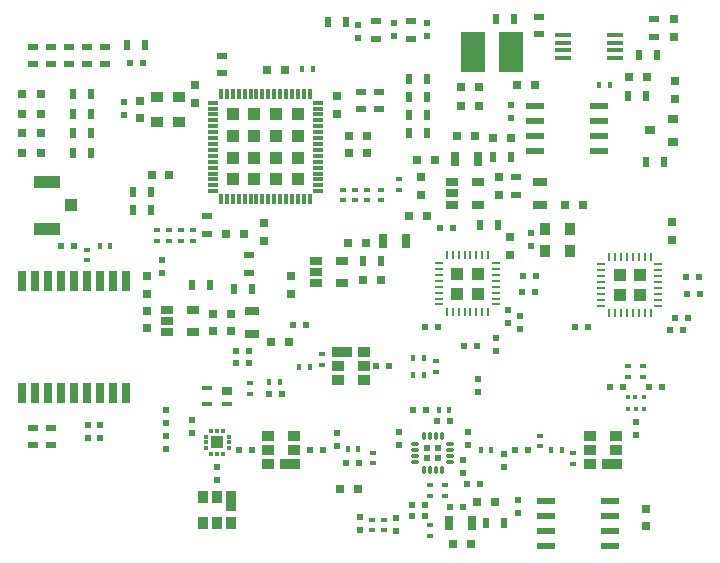
<source format=gbr>
%TF.GenerationSoftware,KiCad,Pcbnew,5.0.2-bee76a0~70~ubuntu18.04.1*%
%TF.CreationDate,2019-08-07T21:41:43+02:00*%
%TF.ProjectId,lohpi,6c6f6870-692e-46b6-9963-61645f706362,rev?*%
%TF.SameCoordinates,Original*%
%TF.FileFunction,Paste,Top*%
%TF.FilePolarity,Positive*%
%FSLAX46Y46*%
G04 Gerber Fmt 4.6, Leading zero omitted, Abs format (unit mm)*
G04 Created by KiCad (PCBNEW 5.0.2-bee76a0~70~ubuntu18.04.1) date Wed 07 Aug 2019 21:41:43 SAST*
%MOMM*%
%LPD*%
G01*
G04 APERTURE LIST*
%ADD10R,2.000000X3.500000*%
%ADD11R,0.410000X0.330000*%
%ADD12R,1.000000X0.900000*%
%ADD13R,0.900000X1.000000*%
%ADD14R,2.200000X1.050000*%
%ADD15R,1.050000X1.000000*%
%ADD16R,1.050000X0.810000*%
%ADD17R,1.700000X0.810000*%
%ADD18R,0.810000X1.050000*%
%ADD19R,0.810000X1.700000*%
%ADD20R,1.100000X1.100000*%
%ADD21R,0.400000X0.300000*%
%ADD22R,0.300000X0.400000*%
%ADD23R,0.900000X0.300000*%
%ADD24R,0.900000X0.700000*%
%ADD25R,0.700000X1.800000*%
%ADD26R,0.800000X1.800000*%
%ADD27R,0.500000X0.900000*%
%ADD28R,0.900000X0.500000*%
%ADD29R,0.800000X0.800000*%
%ADD30R,0.800000X0.750000*%
%ADD31R,0.600000X0.400000*%
%ADD32R,0.600000X0.500000*%
%ADD33R,1.300000X0.700000*%
%ADD34R,1.060000X0.650000*%
%ADD35R,0.700000X1.300000*%
%ADD36R,1.102500X1.102500*%
%ADD37R,0.850000X0.300000*%
%ADD38R,0.300000X0.850000*%
%ADD39R,0.750000X0.800000*%
%ADD40R,1.450000X0.450000*%
%ADD41R,0.500000X0.600000*%
%ADD42R,0.540000X0.540000*%
%ADD43O,0.300000X0.750000*%
%ADD44O,0.750000X0.300000*%
%ADD45R,0.900000X0.800000*%
%ADD46R,1.550000X0.600000*%
%ADD47R,1.035000X1.035000*%
%ADD48R,0.250000X0.700000*%
%ADD49R,0.700000X0.250000*%
%ADD50R,0.400000X0.600000*%
G04 APERTURE END LIST*
D10*
%TO.C,L1*%
X132791000Y-122174000D03*
X129591000Y-122174000D03*
%TD*%
D11*
%TO.C,U10*%
X142723000Y-151384000D03*
X143332200Y-151384000D03*
X144043000Y-151384000D03*
X144043000Y-152374000D03*
X143383000Y-152374000D03*
X142723000Y-152374000D03*
%TD*%
D12*
%TO.C,X1*%
X102832989Y-128058195D03*
X104732989Y-128058195D03*
X104732989Y-125958195D03*
X102832989Y-125958195D03*
%TD*%
D13*
%TO.C,X2*%
X137829000Y-138999000D03*
X137829000Y-137099000D03*
X135729000Y-137099000D03*
X135729000Y-138999000D03*
%TD*%
D14*
%TO.C,J7*%
X93508000Y-133128000D03*
X93508000Y-137128000D03*
D15*
X95558000Y-135128000D03*
%TD*%
D16*
%TO.C,U15*%
X112272500Y-157019000D03*
X112272500Y-155829000D03*
X112272500Y-154639000D03*
X114422500Y-154639000D03*
X114422500Y-155829000D03*
D17*
X114097500Y-157019000D03*
%TD*%
D16*
%TO.C,U11*%
X139514000Y-157019000D03*
X139514000Y-155829000D03*
X139514000Y-154639000D03*
X141664000Y-154639000D03*
X141664000Y-155829000D03*
D17*
X141339000Y-157019000D03*
%TD*%
D18*
%TO.C,U17*%
X109140000Y-161984000D03*
X107950000Y-161984000D03*
X106760000Y-161984000D03*
X106760000Y-159834000D03*
X107950000Y-159834000D03*
D19*
X109140000Y-160159000D03*
%TD*%
D16*
%TO.C,U12*%
X120328000Y-147527000D03*
X120328000Y-148717000D03*
X120328000Y-149907000D03*
X118178000Y-149907000D03*
X118178000Y-148717000D03*
D17*
X118503000Y-147527000D03*
%TD*%
D20*
%TO.C,U16*%
X107950000Y-155194000D03*
D21*
X107000000Y-155694000D03*
X107000000Y-155194000D03*
X107000000Y-154694000D03*
D22*
X107450000Y-154244000D03*
X107950000Y-154244000D03*
X108450000Y-154244000D03*
D21*
X108900000Y-154694000D03*
X108900000Y-155194000D03*
X108900000Y-155694000D03*
D22*
X108450000Y-156144000D03*
X107950000Y-156144000D03*
X107450000Y-156144000D03*
%TD*%
D23*
%TO.C,U13*%
X107115000Y-151907000D03*
X107115000Y-150607000D03*
D24*
X108785000Y-150807000D03*
D23*
X108785000Y-151907000D03*
%TD*%
D25*
%TO.C,U18*%
X91440000Y-141503000D03*
D26*
X92540000Y-141503000D03*
X93640000Y-141503000D03*
X94740000Y-141503000D03*
X95840000Y-141503000D03*
X96940000Y-141503000D03*
X98040000Y-141503000D03*
X99140000Y-141503000D03*
D25*
X100240000Y-141503000D03*
X100240000Y-151003000D03*
D26*
X99140000Y-151003000D03*
X98040000Y-151003000D03*
X96940000Y-151003000D03*
X95840000Y-151003000D03*
X94740000Y-151003000D03*
X93640000Y-151003000D03*
X92540000Y-151003000D03*
D25*
X91440000Y-151003000D03*
%TD*%
D27*
%TO.C,R13*%
X118860000Y-119634000D03*
X117360000Y-119634000D03*
%TD*%
D28*
%TO.C,R14*%
X121412000Y-119519000D03*
X121412000Y-121019000D03*
%TD*%
D29*
%TO.C,D4*%
X93002000Y-125730000D03*
X91402000Y-125730000D03*
%TD*%
D30*
%TO.C,C28*%
X108712000Y-137541000D03*
X110212000Y-137541000D03*
%TD*%
D31*
%TO.C,L5*%
X110744000Y-151072000D03*
X110744000Y-150172000D03*
%TD*%
D32*
%TO.C,C61*%
X110659000Y-147447000D03*
X109559000Y-147447000D03*
%TD*%
%TO.C,C64*%
X109559000Y-148463000D03*
X110659000Y-148463000D03*
%TD*%
D33*
%TO.C,L13*%
X110871000Y-144084000D03*
X110871000Y-145984000D03*
%TD*%
D34*
%TO.C,U6*%
X105875000Y-143957000D03*
X105875000Y-145857000D03*
X103675000Y-145857000D03*
X103675000Y-144907000D03*
X103675000Y-143957000D03*
%TD*%
D35*
%TO.C,L10*%
X129474000Y-162052000D03*
X127574000Y-162052000D03*
%TD*%
D30*
%TO.C,C14*%
X127901000Y-163830000D03*
X129401000Y-163830000D03*
%TD*%
D27*
%TO.C,R12*%
X109359000Y-142240000D03*
X110859000Y-142240000D03*
%TD*%
D28*
%TO.C,R33*%
X121666000Y-125488000D03*
X121666000Y-126988000D03*
%TD*%
D27*
%TO.C,R35*%
X130187000Y-136779000D03*
X131687000Y-136779000D03*
%TD*%
D36*
%TO.C,U7*%
X109257750Y-132931250D03*
X111095250Y-132931250D03*
X112932750Y-132931250D03*
X114770250Y-132931250D03*
X109257750Y-131093750D03*
X111095250Y-131093750D03*
X112932750Y-131093750D03*
X114770250Y-131093750D03*
X109257750Y-129256250D03*
X111095250Y-129256250D03*
X112932750Y-129256250D03*
X114770250Y-129256250D03*
X109257750Y-127418750D03*
X111095250Y-127418750D03*
X112932750Y-127418750D03*
X114770250Y-127418750D03*
D37*
X107564000Y-133925000D03*
X107564000Y-133425000D03*
X107564000Y-132925000D03*
X107564000Y-132425000D03*
X107564000Y-131925000D03*
X107564000Y-131425000D03*
X107564000Y-130925000D03*
X107564000Y-130425000D03*
X107564000Y-129925000D03*
X107564000Y-129425000D03*
X107564000Y-128925000D03*
X107564000Y-128425000D03*
X107564000Y-127925000D03*
X107564000Y-127425000D03*
X107564000Y-126925000D03*
X107564000Y-126425000D03*
D38*
X108264000Y-125725000D03*
X108764000Y-125725000D03*
X109264000Y-125725000D03*
X109764000Y-125725000D03*
X110264000Y-125725000D03*
X110764000Y-125725000D03*
X111264000Y-125725000D03*
X111764000Y-125725000D03*
X112264000Y-125725000D03*
X112764000Y-125725000D03*
X113264000Y-125725000D03*
X113764000Y-125725000D03*
X114264000Y-125725000D03*
X114764000Y-125725000D03*
X115264000Y-125725000D03*
X115764000Y-125725000D03*
D37*
X116464000Y-126425000D03*
X116464000Y-126925000D03*
X116464000Y-127425000D03*
X116464000Y-127925000D03*
X116464000Y-128425000D03*
X116464000Y-128925000D03*
X116464000Y-129425000D03*
X116464000Y-129925000D03*
X116464000Y-130425000D03*
X116464000Y-130925000D03*
X116464000Y-131425000D03*
X116464000Y-131925000D03*
X116464000Y-132425000D03*
X116464000Y-132925000D03*
X116464000Y-133425000D03*
X116464000Y-133925000D03*
D38*
X115764000Y-134625000D03*
X115264000Y-134625000D03*
X114764000Y-134625000D03*
X114264000Y-134625000D03*
X113764000Y-134625000D03*
X113264000Y-134625000D03*
X112764000Y-134625000D03*
X112264000Y-134625000D03*
X111764000Y-134625000D03*
X111264000Y-134625000D03*
X110764000Y-134625000D03*
X110264000Y-134625000D03*
X109764000Y-134625000D03*
X109264000Y-134625000D03*
X108764000Y-134625000D03*
X108264000Y-134625000D03*
%TD*%
D39*
%TO.C,C79*%
X111887000Y-136652000D03*
X111887000Y-138152000D03*
%TD*%
D30*
%TO.C,C24*%
X120638000Y-130683000D03*
X119138000Y-130683000D03*
%TD*%
D34*
%TO.C,U5*%
X118491000Y-139827000D03*
X118491000Y-141727000D03*
X116291000Y-141727000D03*
X116291000Y-140777000D03*
X116291000Y-139827000D03*
%TD*%
D28*
%TO.C,R25*%
X110617000Y-140831000D03*
X110617000Y-139331000D03*
%TD*%
D30*
%TO.C,C37*%
X120638000Y-129286000D03*
X119138000Y-129286000D03*
%TD*%
D34*
%TO.C,U4*%
X127805000Y-133162000D03*
X127805000Y-134112000D03*
X127805000Y-135062000D03*
X130005000Y-135062000D03*
X130005000Y-133162000D03*
%TD*%
D32*
%TO.C,C44*%
X147828000Y-144653000D03*
X146728000Y-144653000D03*
%TD*%
D31*
%TO.C,L7*%
X121158000Y-156977500D03*
X121158000Y-156077500D03*
%TD*%
D27*
%TO.C,R32*%
X125718000Y-127508000D03*
X124218000Y-127508000D03*
%TD*%
D30*
%TO.C,C25*%
X113653000Y-123698000D03*
X112153000Y-123698000D03*
%TD*%
D28*
%TO.C,R24*%
X107061000Y-136029000D03*
X107061000Y-137529000D03*
%TD*%
D40*
%TO.C,U2*%
X137246000Y-122641000D03*
X137246000Y-121991000D03*
X137246000Y-121341000D03*
X137246000Y-120691000D03*
X141646000Y-120691000D03*
X141646000Y-121341000D03*
X141646000Y-121991000D03*
X141646000Y-122641000D03*
%TD*%
D30*
%TO.C,C7*%
X132830000Y-129413000D03*
X131330000Y-129413000D03*
%TD*%
D31*
%TO.C,R38*%
X144018000Y-149624200D03*
X144018000Y-148724200D03*
%TD*%
D41*
%TO.C,C62*%
X128778000Y-156676000D03*
X128778000Y-157776000D03*
%TD*%
D32*
%TO.C,C56*%
X133181000Y-155829000D03*
X134281000Y-155829000D03*
%TD*%
%TO.C,C66*%
X124418000Y-161417000D03*
X125518000Y-161417000D03*
%TD*%
D31*
%TO.C,R47*%
X125933200Y-162179000D03*
X125933200Y-163079000D03*
%TD*%
D41*
%TO.C,C73*%
X120015000Y-162644000D03*
X120015000Y-161544000D03*
%TD*%
D27*
%TO.C,R9*%
X130695000Y-162052000D03*
X132195000Y-162052000D03*
%TD*%
D42*
%TO.C,U14*%
X126630000Y-156538500D03*
X126630000Y-155638500D03*
X125730000Y-156538500D03*
X125730000Y-155638500D03*
D43*
X126930000Y-157563500D03*
X126430000Y-157563500D03*
X125930000Y-157563500D03*
X125430000Y-157563500D03*
D44*
X124705000Y-156838500D03*
X124705000Y-156338500D03*
X124705000Y-155838500D03*
X124705000Y-155338500D03*
D43*
X125430000Y-154613500D03*
X125930000Y-154613500D03*
X126430000Y-154613500D03*
X126930000Y-154613500D03*
D44*
X127655000Y-155338500D03*
X127655000Y-155838500D03*
X127655000Y-156338500D03*
X127655000Y-156838500D03*
%TD*%
D31*
%TO.C,R49*%
X121031000Y-161729000D03*
X121031000Y-162629000D03*
%TD*%
%TO.C,R44*%
X127254000Y-159708000D03*
X127254000Y-158808000D03*
%TD*%
D41*
%TO.C,C72*%
X123317000Y-154348000D03*
X123317000Y-155448000D03*
%TD*%
D31*
%TO.C,R39*%
X138049000Y-156983000D03*
X138049000Y-156083000D03*
%TD*%
D32*
%TO.C,C58*%
X112353000Y-151130000D03*
X113453000Y-151130000D03*
%TD*%
D41*
%TO.C,C77*%
X107950000Y-158411000D03*
X107950000Y-157311000D03*
%TD*%
D39*
%TO.C,C15*%
X131826000Y-132727000D03*
X131826000Y-134227000D03*
%TD*%
D28*
%TO.C,R10*%
X133223000Y-132727000D03*
X133223000Y-134227000D03*
%TD*%
D39*
%TO.C,C1*%
X101981000Y-144030000D03*
X101981000Y-145530000D03*
%TD*%
%TO.C,C2*%
X114173000Y-142597000D03*
X114173000Y-141097000D03*
%TD*%
D30*
%TO.C,C3*%
X133362000Y-124968000D03*
X134862000Y-124968000D03*
%TD*%
D39*
%TO.C,C4*%
X146621500Y-120828500D03*
X146621500Y-119328500D03*
%TD*%
%TO.C,C5*%
X146685000Y-124599000D03*
X146685000Y-126099000D03*
%TD*%
D30*
%TO.C,C8*%
X128599500Y-125095000D03*
X130099500Y-125095000D03*
%TD*%
D39*
%TO.C,C9*%
X101981000Y-141109000D03*
X101981000Y-142609000D03*
%TD*%
D30*
%TO.C,C10*%
X144323500Y-124269500D03*
X142823500Y-124269500D03*
%TD*%
D39*
%TO.C,C11*%
X144225734Y-162292130D03*
X144225734Y-160792130D03*
%TD*%
%TO.C,C12*%
X125222000Y-132727000D03*
X125222000Y-134227000D03*
%TD*%
D30*
%TO.C,C16*%
X120281000Y-141478000D03*
X121781000Y-141478000D03*
%TD*%
D39*
%TO.C,C17*%
X107569000Y-144284000D03*
X107569000Y-145784000D03*
%TD*%
D30*
%TO.C,C26*%
X103886000Y-132588000D03*
X102386000Y-132588000D03*
%TD*%
D39*
%TO.C,C27*%
X101369989Y-126258195D03*
X101369989Y-127758195D03*
%TD*%
D30*
%TO.C,C29*%
X128599500Y-126682500D03*
X130099500Y-126682500D03*
%TD*%
%TO.C,C30*%
X129782000Y-129286000D03*
X128282000Y-129286000D03*
%TD*%
D39*
%TO.C,C31*%
X118110000Y-127369000D03*
X118110000Y-125869000D03*
%TD*%
%TO.C,C32*%
X106045000Y-124968000D03*
X106045000Y-126468000D03*
%TD*%
D30*
%TO.C,C33*%
X126341000Y-131318000D03*
X124841000Y-131318000D03*
%TD*%
D29*
%TO.C,D1*%
X91402000Y-130683000D03*
X93002000Y-130683000D03*
%TD*%
%TO.C,D2*%
X93002000Y-129032000D03*
X91402000Y-129032000D03*
%TD*%
%TO.C,D3*%
X91402000Y-127381000D03*
X93002000Y-127381000D03*
%TD*%
D45*
%TO.C,Q1*%
X144542000Y-128778000D03*
X146542000Y-127828000D03*
X146542000Y-129728000D03*
%TD*%
D28*
%TO.C,R2*%
X144907000Y-119328500D03*
X144907000Y-120828500D03*
%TD*%
D27*
%TO.C,R3*%
X145784000Y-131445000D03*
X144284000Y-131445000D03*
%TD*%
%TO.C,R4*%
X142760000Y-125857000D03*
X144260000Y-125857000D03*
%TD*%
%TO.C,R5*%
X145149000Y-122428000D03*
X143649000Y-122428000D03*
%TD*%
%TO.C,R6*%
X132830000Y-131064000D03*
X131330000Y-131064000D03*
%TD*%
%TO.C,R7*%
X133084000Y-119380000D03*
X131584000Y-119380000D03*
%TD*%
D28*
%TO.C,R8*%
X135191500Y-120638000D03*
X135191500Y-119138000D03*
%TD*%
D27*
%TO.C,R11*%
X121769000Y-139827000D03*
X120269000Y-139827000D03*
%TD*%
D28*
%TO.C,R15*%
X124333000Y-121019000D03*
X124333000Y-119519000D03*
%TD*%
%TO.C,R16*%
X92329000Y-121678000D03*
X92329000Y-123178000D03*
%TD*%
%TO.C,R17*%
X93853000Y-123178000D03*
X93853000Y-121678000D03*
%TD*%
%TO.C,R18*%
X95377000Y-121678000D03*
X95377000Y-123178000D03*
%TD*%
%TO.C,R19*%
X96901000Y-123178000D03*
X96901000Y-121678000D03*
%TD*%
%TO.C,R20*%
X98425000Y-121678000D03*
X98425000Y-123178000D03*
%TD*%
D27*
%TO.C,R21*%
X101842000Y-121539000D03*
X100342000Y-121539000D03*
%TD*%
%TO.C,R22*%
X95770000Y-130683000D03*
X97270000Y-130683000D03*
%TD*%
%TO.C,R23*%
X97270000Y-129032000D03*
X95770000Y-129032000D03*
%TD*%
%TO.C,R26*%
X95770000Y-127381000D03*
X97270000Y-127381000D03*
%TD*%
%TO.C,R27*%
X107303000Y-141859000D03*
X105803000Y-141859000D03*
%TD*%
%TO.C,R28*%
X97270000Y-125730000D03*
X95770000Y-125730000D03*
%TD*%
D28*
%TO.C,R29*%
X108331000Y-123940000D03*
X108331000Y-122440000D03*
%TD*%
D27*
%TO.C,R30*%
X125718000Y-124460000D03*
X124218000Y-124460000D03*
%TD*%
%TO.C,R31*%
X124206000Y-125984000D03*
X125706000Y-125984000D03*
%TD*%
D28*
%TO.C,R34*%
X120142000Y-126988000D03*
X120142000Y-125488000D03*
%TD*%
D27*
%TO.C,R36*%
X124218000Y-129032000D03*
X125718000Y-129032000D03*
%TD*%
D46*
%TO.C,U1*%
X134841000Y-130556000D03*
X134841000Y-129286000D03*
X134841000Y-128016000D03*
X134841000Y-126746000D03*
X140241000Y-126746000D03*
X140241000Y-128016000D03*
X140241000Y-129286000D03*
X140241000Y-130556000D03*
%TD*%
%TO.C,U3*%
X141210734Y-163967130D03*
X141210734Y-162697130D03*
X141210734Y-161427130D03*
X141210734Y-160157130D03*
X135810734Y-160157130D03*
X135810734Y-161427130D03*
X135810734Y-162697130D03*
X135810734Y-163967130D03*
%TD*%
D47*
%TO.C,U8*%
X129995000Y-142621000D03*
X129995000Y-140896000D03*
X128270000Y-142621000D03*
X128270000Y-140896000D03*
D48*
X130882500Y-144158500D03*
X130382500Y-144158500D03*
X129882500Y-144158500D03*
X129382500Y-144158500D03*
X128882500Y-144158500D03*
X128382500Y-144158500D03*
X127882500Y-144158500D03*
X127382500Y-144158500D03*
D49*
X126732500Y-143508500D03*
X126732500Y-143008500D03*
X126732500Y-142508500D03*
X126732500Y-142008500D03*
X126732500Y-141508500D03*
X126732500Y-141008500D03*
X126732500Y-140508500D03*
X126732500Y-140008500D03*
D48*
X127382500Y-139358500D03*
X127882500Y-139358500D03*
X128382500Y-139358500D03*
X128882500Y-139358500D03*
X129382500Y-139358500D03*
X129882500Y-139358500D03*
X130382500Y-139358500D03*
X130882500Y-139358500D03*
D49*
X131532500Y-140008500D03*
X131532500Y-140508500D03*
X131532500Y-141008500D03*
X131532500Y-141508500D03*
X131532500Y-142008500D03*
X131532500Y-142508500D03*
X131532500Y-143008500D03*
X131532500Y-143508500D03*
%TD*%
%TO.C,U9*%
X145275000Y-143609000D03*
X145275000Y-143109000D03*
X145275000Y-142609000D03*
X145275000Y-142109000D03*
X145275000Y-141609000D03*
X145275000Y-141109000D03*
X145275000Y-140609000D03*
X145275000Y-140109000D03*
D48*
X144625000Y-139459000D03*
X144125000Y-139459000D03*
X143625000Y-139459000D03*
X143125000Y-139459000D03*
X142625000Y-139459000D03*
X142125000Y-139459000D03*
X141625000Y-139459000D03*
X141125000Y-139459000D03*
D49*
X140475000Y-140109000D03*
X140475000Y-140609000D03*
X140475000Y-141109000D03*
X140475000Y-141609000D03*
X140475000Y-142109000D03*
X140475000Y-142609000D03*
X140475000Y-143109000D03*
X140475000Y-143609000D03*
D48*
X141125000Y-144259000D03*
X141625000Y-144259000D03*
X142125000Y-144259000D03*
X142625000Y-144259000D03*
X143125000Y-144259000D03*
X143625000Y-144259000D03*
X144125000Y-144259000D03*
X144625000Y-144259000D03*
D47*
X142012500Y-140996500D03*
X142012500Y-142721500D03*
X143737500Y-140996500D03*
X143737500Y-142721500D03*
%TD*%
D50*
%TO.C,L2*%
X124518000Y-149479000D03*
X125418000Y-149479000D03*
%TD*%
%TO.C,L3*%
X124518000Y-148082000D03*
X125418000Y-148082000D03*
%TD*%
%TO.C,L4*%
X130233000Y-155829000D03*
X131133000Y-155829000D03*
%TD*%
%TO.C,L8*%
X118993500Y-155765500D03*
X119893500Y-155765500D03*
%TD*%
D41*
%TO.C,C34*%
X131572000Y-147489000D03*
X131572000Y-146389000D03*
%TD*%
%TO.C,C35*%
X134493000Y-137499000D03*
X134493000Y-138599000D03*
%TD*%
%TO.C,C36*%
X100076000Y-126408000D03*
X100076000Y-127508000D03*
%TD*%
D32*
%TO.C,C39*%
X133858000Y-141097000D03*
X134958000Y-141097000D03*
%TD*%
%TO.C,C40*%
X148717000Y-141224000D03*
X147617000Y-141224000D03*
%TD*%
%TO.C,C41*%
X134831000Y-142494000D03*
X133731000Y-142494000D03*
%TD*%
%TO.C,C42*%
X147701000Y-142621000D03*
X148801000Y-142621000D03*
%TD*%
D41*
%TO.C,C43*%
X132588000Y-143976000D03*
X132588000Y-145076000D03*
%TD*%
D32*
%TO.C,C45*%
X126789000Y-137033000D03*
X127889000Y-137033000D03*
%TD*%
%TO.C,C46*%
X126661000Y-145415000D03*
X125561000Y-145415000D03*
%TD*%
D41*
%TO.C,C47*%
X103632000Y-154644000D03*
X103632000Y-155744000D03*
%TD*%
D32*
%TO.C,C48*%
X138219000Y-145415000D03*
X139319000Y-145415000D03*
%TD*%
D41*
%TO.C,C49*%
X133604000Y-145584000D03*
X133604000Y-144484000D03*
%TD*%
%TO.C,C50*%
X103632000Y-152485000D03*
X103632000Y-153585000D03*
%TD*%
D32*
%TO.C,C51*%
X141182000Y-150495000D03*
X142282000Y-150495000D03*
%TD*%
%TO.C,C52*%
X145584000Y-150495000D03*
X144484000Y-150495000D03*
%TD*%
D41*
%TO.C,C53*%
X143383000Y-153501000D03*
X143383000Y-154601000D03*
%TD*%
D32*
%TO.C,C54*%
X122470000Y-148717000D03*
X121370000Y-148717000D03*
%TD*%
D41*
%TO.C,C55*%
X130048000Y-150918000D03*
X130048000Y-149818000D03*
%TD*%
%TO.C,C57*%
X132207000Y-156168000D03*
X132207000Y-157268000D03*
%TD*%
%TO.C,C60*%
X129159000Y-154348000D03*
X129159000Y-155448000D03*
%TD*%
D32*
%TO.C,C63*%
X127635000Y-153352500D03*
X126535000Y-153352500D03*
%TD*%
%TO.C,C65*%
X125645000Y-152463500D03*
X124545000Y-152463500D03*
%TD*%
D41*
%TO.C,C68*%
X105791000Y-153332000D03*
X105791000Y-154432000D03*
%TD*%
%TO.C,C69*%
X123063000Y-162729000D03*
X123063000Y-161629000D03*
%TD*%
D32*
%TO.C,C70*%
X125518000Y-160528000D03*
X124418000Y-160528000D03*
%TD*%
%TO.C,C71*%
X118830000Y-156972000D03*
X119930000Y-156972000D03*
%TD*%
D41*
%TO.C,C74*%
X118110000Y-155490000D03*
X118110000Y-154390000D03*
%TD*%
D32*
%TO.C,C75*%
X116882000Y-155829000D03*
X115782000Y-155829000D03*
%TD*%
%TO.C,C76*%
X109813000Y-155829000D03*
X110913000Y-155829000D03*
%TD*%
%TO.C,C78*%
X146262000Y-145669000D03*
X147362000Y-145669000D03*
%TD*%
D31*
%TO.C,R37*%
X142748000Y-148724200D03*
X142748000Y-149624200D03*
%TD*%
D50*
%TO.C,R40*%
X137102000Y-155829000D03*
X136202000Y-155829000D03*
%TD*%
D31*
%TO.C,R41*%
X135255000Y-154617000D03*
X135255000Y-155517000D03*
%TD*%
%TO.C,R42*%
X116840000Y-147701000D03*
X116840000Y-148601000D03*
%TD*%
D50*
%TO.C,R43*%
X114866000Y-148844000D03*
X115766000Y-148844000D03*
%TD*%
%TO.C,R45*%
X113226000Y-150114000D03*
X112326000Y-150114000D03*
%TD*%
%TO.C,R46*%
X126677000Y-152463500D03*
X127577000Y-152463500D03*
%TD*%
D31*
%TO.C,R48*%
X122047000Y-161729000D03*
X122047000Y-162629000D03*
%TD*%
%TO.C,R50*%
X126492000Y-149236000D03*
X126492000Y-148336000D03*
%TD*%
D32*
%TO.C,C81*%
X129921000Y-147066000D03*
X128821000Y-147066000D03*
%TD*%
D31*
%TO.C,L6*%
X125933200Y-158826200D03*
X125933200Y-159726200D03*
%TD*%
D32*
%TO.C,C59*%
X129117000Y-158750000D03*
X130217000Y-158750000D03*
%TD*%
%TO.C,C67*%
X127678000Y-160655000D03*
X128778000Y-160655000D03*
%TD*%
D30*
%TO.C,C84*%
X138926000Y-135128000D03*
X137426000Y-135128000D03*
%TD*%
%TO.C,C85*%
X120523000Y-138303000D03*
X119023000Y-138303000D03*
%TD*%
D39*
%TO.C,C86*%
X109093000Y-144284000D03*
X109093000Y-145784000D03*
%TD*%
D30*
%TO.C,C87*%
X129933000Y-160274000D03*
X131433000Y-160274000D03*
%TD*%
%TO.C,C89*%
X124206000Y-136017000D03*
X125706000Y-136017000D03*
%TD*%
%TO.C,C90*%
X114010000Y-146685000D03*
X112510000Y-146685000D03*
%TD*%
%TO.C,C91*%
X118376000Y-159131000D03*
X119876000Y-159131000D03*
%TD*%
D35*
%TO.C,L9*%
X128082000Y-131191000D03*
X129982000Y-131191000D03*
%TD*%
D33*
%TO.C,L11*%
X135255000Y-135062000D03*
X135255000Y-133162000D03*
%TD*%
D35*
%TO.C,L12*%
X123886000Y-138176000D03*
X121986000Y-138176000D03*
%TD*%
D41*
%TO.C,C82*%
X98044000Y-154855000D03*
X98044000Y-153755000D03*
%TD*%
D32*
%TO.C,C83*%
X95800000Y-138557000D03*
X94700000Y-138557000D03*
%TD*%
D41*
%TO.C,C88*%
X97028000Y-153755000D03*
X97028000Y-154855000D03*
%TD*%
D50*
%TO.C,L14*%
X98875000Y-138557000D03*
X97975000Y-138557000D03*
%TD*%
D31*
%TO.C,R52*%
X96901000Y-139769000D03*
X96901000Y-138869000D03*
%TD*%
D28*
%TO.C,R53*%
X93853000Y-155436000D03*
X93853000Y-153936000D03*
%TD*%
%TO.C,R54*%
X92329000Y-153936000D03*
X92329000Y-155436000D03*
%TD*%
D41*
%TO.C,C6*%
X132842000Y-127689000D03*
X132842000Y-126589000D03*
%TD*%
%TO.C,C13*%
X133430734Y-160103130D03*
X133430734Y-161203130D03*
%TD*%
%TO.C,C18*%
X125730000Y-119719000D03*
X125730000Y-120819000D03*
%TD*%
%TO.C,C19*%
X122936000Y-119719000D03*
X122936000Y-120819000D03*
%TD*%
D32*
%TO.C,C20*%
X100542000Y-123063000D03*
X101642000Y-123063000D03*
%TD*%
D41*
%TO.C,C21*%
X119888000Y-119846000D03*
X119888000Y-120946000D03*
%TD*%
D32*
%TO.C,C22*%
X114385000Y-145288000D03*
X115485000Y-145288000D03*
%TD*%
D41*
%TO.C,C23*%
X103251000Y-139785000D03*
X103251000Y-140885000D03*
%TD*%
D39*
%TO.C,C38*%
X146431000Y-136537000D03*
X146431000Y-138037000D03*
%TD*%
%TO.C,C80*%
X132715000Y-137807000D03*
X132715000Y-139307000D03*
%TD*%
D50*
%TO.C,R1*%
X140266000Y-124904500D03*
X141166000Y-124904500D03*
%TD*%
D27*
%TO.C,R51*%
X100850000Y-135509000D03*
X102350000Y-135509000D03*
%TD*%
%TO.C,R55*%
X100850000Y-133985000D03*
X102350000Y-133985000D03*
%TD*%
D31*
%TO.C,R56*%
X105918000Y-137218000D03*
X105918000Y-138118000D03*
%TD*%
%TO.C,R57*%
X104902000Y-138118000D03*
X104902000Y-137218000D03*
%TD*%
%TO.C,R58*%
X103886000Y-137218000D03*
X103886000Y-138118000D03*
%TD*%
%TO.C,R59*%
X118618000Y-134689000D03*
X118618000Y-133789000D03*
%TD*%
%TO.C,R60*%
X102870000Y-138118000D03*
X102870000Y-137218000D03*
%TD*%
%TO.C,R61*%
X119634000Y-133789000D03*
X119634000Y-134689000D03*
%TD*%
%TO.C,R62*%
X120650000Y-133789000D03*
X120650000Y-134689000D03*
%TD*%
%TO.C,R63*%
X121793000Y-133789000D03*
X121793000Y-134689000D03*
%TD*%
%TO.C,R64*%
X123317000Y-132900000D03*
X123317000Y-133800000D03*
%TD*%
D50*
%TO.C,R65*%
X116020000Y-123571000D03*
X115120000Y-123571000D03*
%TD*%
M02*

</source>
